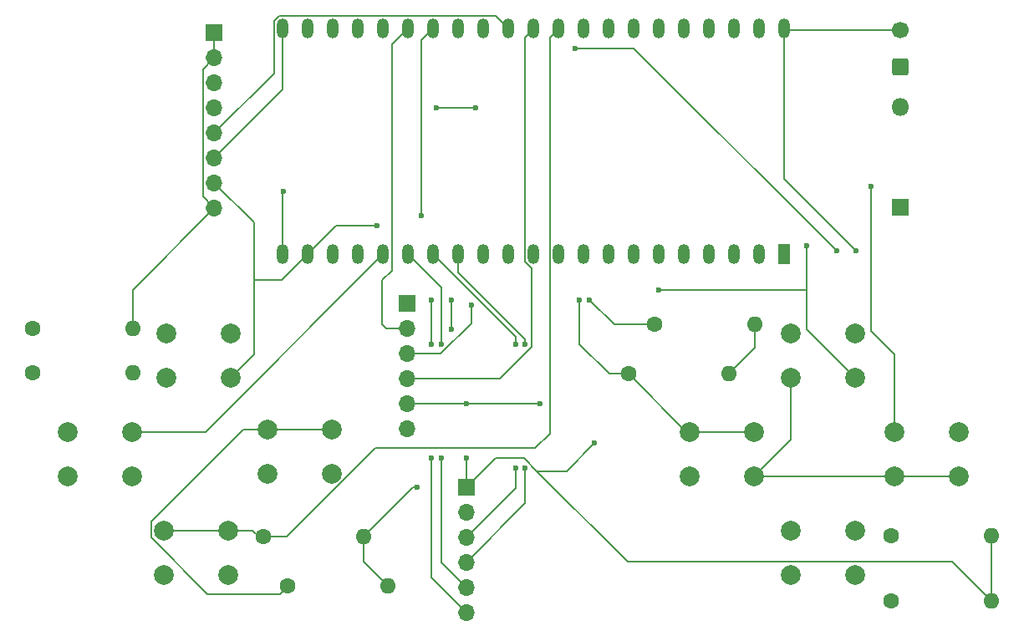
<source format=gbr>
%TF.GenerationSoftware,KiCad,Pcbnew,8.0.2*%
%TF.CreationDate,2024-06-07T00:11:44+02:00*%
%TF.ProjectId,BBC,4242432e-6b69-4636-9164-5f7063625858,rev?*%
%TF.SameCoordinates,Original*%
%TF.FileFunction,Copper,L1,Top*%
%TF.FilePolarity,Positive*%
%FSLAX46Y46*%
G04 Gerber Fmt 4.6, Leading zero omitted, Abs format (unit mm)*
G04 Created by KiCad (PCBNEW 8.0.2) date 2024-06-07 00:11:44*
%MOMM*%
%LPD*%
G01*
G04 APERTURE LIST*
G04 Aperture macros list*
%AMRoundRect*
0 Rectangle with rounded corners*
0 $1 Rounding radius*
0 $2 $3 $4 $5 $6 $7 $8 $9 X,Y pos of 4 corners*
0 Add a 4 corners polygon primitive as box body*
4,1,4,$2,$3,$4,$5,$6,$7,$8,$9,$2,$3,0*
0 Add four circle primitives for the rounded corners*
1,1,$1+$1,$2,$3*
1,1,$1+$1,$4,$5*
1,1,$1+$1,$6,$7*
1,1,$1+$1,$8,$9*
0 Add four rect primitives between the rounded corners*
20,1,$1+$1,$2,$3,$4,$5,0*
20,1,$1+$1,$4,$5,$6,$7,0*
20,1,$1+$1,$6,$7,$8,$9,0*
20,1,$1+$1,$8,$9,$2,$3,0*%
G04 Aperture macros list end*
%TA.AperFunction,ComponentPad*%
%ADD10R,1.800000X1.800000*%
%TD*%
%TA.AperFunction,ComponentPad*%
%ADD11O,1.800000X1.800000*%
%TD*%
%TA.AperFunction,ComponentPad*%
%ADD12RoundRect,0.250000X0.600000X-0.600000X0.600000X0.600000X-0.600000X0.600000X-0.600000X-0.600000X0*%
%TD*%
%TA.AperFunction,ComponentPad*%
%ADD13C,1.700000*%
%TD*%
%TA.AperFunction,ComponentPad*%
%ADD14R,1.700000X1.700000*%
%TD*%
%TA.AperFunction,ComponentPad*%
%ADD15O,1.700000X1.700000*%
%TD*%
%TA.AperFunction,ComponentPad*%
%ADD16O,1.200000X2.000000*%
%TD*%
%TA.AperFunction,ComponentPad*%
%ADD17R,1.200000X2.000000*%
%TD*%
%TA.AperFunction,ComponentPad*%
%ADD18C,2.000000*%
%TD*%
%TA.AperFunction,ComponentPad*%
%ADD19O,1.600000X1.600000*%
%TD*%
%TA.AperFunction,ComponentPad*%
%ADD20C,1.600000*%
%TD*%
%TA.AperFunction,ViaPad*%
%ADD21C,0.600000*%
%TD*%
%TA.AperFunction,Conductor*%
%ADD22C,0.200000*%
%TD*%
G04 APERTURE END LIST*
D10*
%TO.P,D1,1,K*%
%TO.N,+5V*%
X127500000Y-56580000D03*
D11*
%TO.P,D1,2,A*%
%TO.N,Net-(D1-A)*%
X127500000Y-46420000D03*
%TD*%
D12*
%TO.P,J4,1,Pin_1*%
%TO.N,Net-(D1-A)*%
X127500000Y-42350000D03*
D13*
%TO.P,J4,2,Pin_2*%
%TO.N,GND*%
X127500000Y-38650000D03*
%TD*%
D14*
%TO.P,J3,1,Pin_1*%
%TO.N,GND*%
X77500000Y-66340000D03*
D15*
%TO.P,J3,2,Pin_2*%
%TO.N,/BCK*%
X77500000Y-68880000D03*
%TO.P,J3,3,Pin_3*%
%TO.N,/DIN*%
X77500000Y-71420000D03*
%TO.P,J3,4,Pin_4*%
%TO.N,/LCK*%
X77500000Y-73960000D03*
%TO.P,J3,5,Pin_5*%
%TO.N,GND*%
X77500000Y-76500000D03*
%TO.P,J3,6,Pin_6*%
%TO.N,+5V*%
X77500000Y-79040000D03*
%TD*%
%TO.P,J2,6,Pin_6*%
%TO.N,/CS*%
X83500000Y-97660000D03*
%TO.P,J2,5,Pin_5*%
%TO.N,/SCK_SD*%
X83500000Y-95120000D03*
%TO.P,J2,4,Pin_4*%
%TO.N,/MOSI*%
X83500000Y-92580000D03*
%TO.P,J2,3,Pin_3*%
%TO.N,/MISO*%
X83500000Y-90040000D03*
%TO.P,J2,2,Pin_2*%
%TO.N,+5V*%
X83500000Y-87500000D03*
D14*
%TO.P,J2,1,Pin_1*%
%TO.N,GND*%
X83500000Y-84960000D03*
%TD*%
D15*
%TO.P,J1,8,Pin_8*%
%TO.N,GND*%
X58000000Y-56700000D03*
%TO.P,J1,7,Pin_7*%
%TO.N,+5V*%
X58000000Y-54160000D03*
%TO.P,J1,6,Pin_6*%
%TO.N,/SCL*%
X58000000Y-51620000D03*
%TO.P,J1,5,Pin_5*%
%TO.N,/SDA*%
X58000000Y-49080000D03*
%TO.P,J1,4,Pin_4*%
%TO.N,/RES*%
X58000000Y-46540000D03*
%TO.P,J1,3,Pin_3*%
%TO.N,/DC*%
X58000000Y-44000000D03*
%TO.P,J1,2,Pin_2*%
%TO.N,GND*%
X58000000Y-41460000D03*
D14*
%TO.P,J1,1,Pin_1*%
X58000000Y-38920000D03*
%TD*%
D16*
%TO.P,U4,42,GND*%
%TO.N,GND*%
X115720000Y-38500000D03*
%TO.P,U4,41,~{RST}*%
%TO.N,unconnected-(U4-~{RST}-Pad41)*%
X113180000Y-38500000D03*
%TO.P,U4,40,GPIO46/LOG*%
%TO.N,unconnected-(U4-GPIO46{slash}LOG-Pad40)*%
X110640000Y-38500000D03*
%TO.P,U4,39,GPIO45/VSPI*%
%TO.N,unconnected-(U4-GPIO45{slash}VSPI-Pad39)*%
X108100000Y-38500000D03*
%TO.P,U4,38,U0RXD/GPIO44/CLK_OUT2*%
%TO.N,unconnected-(U4-U0RXD{slash}GPIO44{slash}CLK_OUT2-Pad38)*%
X105560000Y-38500000D03*
%TO.P,U4,37,U0TXD/GPIO43/CLK_OUT1*%
%TO.N,unconnected-(U4-U0TXD{slash}GPIO43{slash}CLK_OUT1-Pad37)*%
X103020000Y-38500000D03*
%TO.P,U4,36,MTMS/JTAG/GPIO42*%
%TO.N,unconnected-(U4-MTMS{slash}JTAG{slash}GPIO42-Pad36)*%
X100480000Y-38500000D03*
%TO.P,U4,35,MTDI/JTAG/GPIO41*%
%TO.N,unconnected-(U4-MTDI{slash}JTAG{slash}GPIO41-Pad35)*%
X97940000Y-38500000D03*
%TO.P,U4,34,MTDO/JTAG/GPIO40*%
%TO.N,unconnected-(U4-MTDO{slash}JTAG{slash}GPIO40-Pad34)*%
X95400000Y-38500000D03*
%TO.P,U4,33,MTCK/JTAG/GPIO39*%
%TO.N,/39*%
X92860000Y-38500000D03*
%TO.P,U4,32,GPIO38*%
%TO.N,/LCK*%
X90320000Y-38500000D03*
%TO.P,U4,31,GPIO37*%
%TO.N,/SDA*%
X87780000Y-38500000D03*
%TO.P,U4,30,GPIO36*%
%TO.N,/36*%
X85240000Y-38500000D03*
%TO.P,U4,29,GPIO35*%
%TO.N,/35*%
X82700000Y-38500000D03*
%TO.P,U4,28,GPIO34*%
%TO.N,/34*%
X80160000Y-38500000D03*
%TO.P,U4,27,GPIO33*%
%TO.N,/BCK*%
X77620000Y-38500000D03*
%TO.P,U4,26,GPIO26*%
%TO.N,/26*%
X75080000Y-38500000D03*
%TO.P,U4,25,GPIO21*%
%TO.N,/21*%
X72540000Y-38500000D03*
%TO.P,U4,24,GPIO20/U1CTS/ADC2_CH9/CLK_OUT1/USB_D+*%
%TO.N,unconnected-(U4-GPIO20{slash}U1CTS{slash}ADC2_CH9{slash}CLK_OUT1{slash}USB_D+-Pad24)*%
X70000000Y-38500000D03*
%TO.P,U4,23,GPIO19/U1RTS/ADC2_CH8/CLK_OUT2/USB_D-*%
%TO.N,/RES*%
X67460000Y-38500000D03*
%TO.P,U4,22,GPIO18/U1RXD/ADC2_CH7/DAC_2/CLK_OUT3/RGB_LED*%
%TO.N,/SCL*%
X64920000Y-38503680D03*
%TO.P,U4,21,GND*%
%TO.N,GND*%
X64920000Y-61363680D03*
%TO.P,U4,20,5V0*%
%TO.N,+5V*%
X67460000Y-61363680D03*
%TO.P,U4,19,GPIO17/U1TXD/ADC2_CH6/DAC_1*%
%TO.N,/CS*%
X69997280Y-61360000D03*
%TO.P,U4,18,GPIO16/U0CTS/ADC2_CH5/XTAL_32K_N*%
%TO.N,unconnected-(U4-GPIO16{slash}U0CTS{slash}ADC2_CH5{slash}XTAL_32K_N-Pad18)*%
X72537280Y-61360000D03*
%TO.P,U4,17,GPIO15/U0RTS/ADC2_CH4/XTAL_32K_P*%
%TO.N,/15*%
X75077280Y-61360000D03*
%TO.P,U4,16,GPIO14/TOUCH14/ADC2_CH3/FSPIWP/FSPIDQS*%
%TO.N,/SCK_SD*%
X77617280Y-61360000D03*
%TO.P,U4,15,GPIO13/TOUCH13/ADC2_CH2/FSPIQ/FSPIIO7*%
%TO.N,/MISO*%
X80157280Y-61360000D03*
%TO.P,U4,14,GPIO12/TOUCH12/ADC2_CH1/FSPICLK/FSPIIO6*%
%TO.N,/MOSI*%
X82697280Y-61360000D03*
%TO.P,U4,13,GPIO11/TOUCH11/ADC2_CH0/FSPID/FSPIIO5*%
%TO.N,/DIN*%
X85237280Y-61360000D03*
%TO.P,U4,12,GPIO10/TOUCH10/ADC1_CH9/FSPICS0/FSPIIO4*%
%TO.N,unconnected-(U4-GPIO10{slash}TOUCH10{slash}ADC1_CH9{slash}FSPICS0{slash}FSPIIO4-Pad12)*%
X87777280Y-61360000D03*
%TO.P,U4,11,GPIO9/TOUCH9/ADC1_CH8/FSPIHD*%
%TO.N,unconnected-(U4-GPIO9{slash}TOUCH9{slash}ADC1_CH8{slash}FSPIHD-Pad11)*%
X90317280Y-61360000D03*
%TO.P,U4,10,GPIO8/TOUCH8/ADC1_CH7*%
%TO.N,unconnected-(U4-GPIO8{slash}TOUCH8{slash}ADC1_CH7-Pad10)*%
X92857280Y-61360000D03*
%TO.P,U4,9,GPIO7/TOUCH7/ADC1_CH6*%
%TO.N,unconnected-(U4-GPIO7{slash}TOUCH7{slash}ADC1_CH6-Pad9)*%
X95397280Y-61360000D03*
%TO.P,U4,8,GPIO6/TOUCH6/ADC1_CH5*%
%TO.N,unconnected-(U4-GPIO6{slash}TOUCH6{slash}ADC1_CH5-Pad8)*%
X97937280Y-61360000D03*
%TO.P,U4,7,GPIO5/TOUCH5/ADC1_CH4*%
%TO.N,/DC*%
X100477280Y-61360000D03*
%TO.P,U4,6,GPIO4/TOUCH4/ADC1_CH3*%
%TO.N,unconnected-(U4-GPIO4{slash}TOUCH4{slash}ADC1_CH3-Pad6)*%
X103017280Y-61360000D03*
%TO.P,U4,5,GPIO3/TOUCH3/ADC1_CH2*%
%TO.N,unconnected-(U4-GPIO3{slash}TOUCH3{slash}ADC1_CH2-Pad5)*%
X105557280Y-61360000D03*
%TO.P,U4,4,GPIO2/TOUCH2/ADC1_CH1*%
%TO.N,/2*%
X108097280Y-61360000D03*
%TO.P,U4,3,GPIO1/TOUCH1/ADC1_CH0*%
%TO.N,unconnected-(U4-GPIO1{slash}TOUCH1{slash}ADC1_CH0-Pad3)*%
X110637280Y-61360000D03*
%TO.P,U4,2,GPIO0/BOOT*%
%TO.N,unconnected-(U4-GPIO0{slash}BOOT-Pad2)*%
X113177280Y-61360000D03*
D17*
%TO.P,U4,1,3V3*%
%TO.N,+3V3*%
X115717280Y-61360000D03*
%TD*%
D18*
%TO.P,SW8,2,2*%
%TO.N,+5V*%
X122887280Y-93860000D03*
X116387280Y-93860000D03*
%TO.P,SW8,1,1*%
%TO.N,/36*%
X122887280Y-89360000D03*
X116387280Y-89360000D03*
%TD*%
%TO.P,SW7,2,2*%
%TO.N,+5V*%
X133387280Y-83860000D03*
X126887280Y-83860000D03*
%TO.P,SW7,1,1*%
%TO.N,/35*%
X133387280Y-79360000D03*
X126887280Y-79360000D03*
%TD*%
%TO.P,SW6,2,2*%
%TO.N,+5V*%
X112637280Y-83860000D03*
X106137280Y-83860000D03*
%TO.P,SW6,1,1*%
%TO.N,/26*%
X112637280Y-79360000D03*
X106137280Y-79360000D03*
%TD*%
%TO.P,SW5,2,2*%
%TO.N,+5V*%
X122887280Y-73860000D03*
X116387280Y-73860000D03*
%TO.P,SW5,1,1*%
%TO.N,/21*%
X122887280Y-69360000D03*
X116387280Y-69360000D03*
%TD*%
%TO.P,SW4,2,2*%
%TO.N,+5V*%
X69887280Y-83610000D03*
X63387280Y-83610000D03*
%TO.P,SW4,1,1*%
%TO.N,/34*%
X69887280Y-79110000D03*
X63387280Y-79110000D03*
%TD*%
%TO.P,SW3,2,2*%
%TO.N,+5V*%
X59387280Y-93860000D03*
X52887280Y-93860000D03*
%TO.P,SW3,1,1*%
%TO.N,/39*%
X59387280Y-89360000D03*
X52887280Y-89360000D03*
%TD*%
%TO.P,SW2,2,2*%
%TO.N,+5V*%
X49637280Y-83860000D03*
X43137280Y-83860000D03*
%TO.P,SW2,1,1*%
%TO.N,/15*%
X49637280Y-79360000D03*
X43137280Y-79360000D03*
%TD*%
%TO.P,SW1,2,2*%
%TO.N,+5V*%
X59637280Y-73860000D03*
X53137280Y-73860000D03*
%TO.P,SW1,1,1*%
%TO.N,/2*%
X59637280Y-69360000D03*
X53137280Y-69360000D03*
%TD*%
D19*
%TO.P,R8,2*%
%TO.N,GND*%
X136717280Y-96500000D03*
D20*
%TO.P,R8,1*%
%TO.N,/36*%
X126557280Y-96500000D03*
%TD*%
D19*
%TO.P,R7,2*%
%TO.N,GND*%
X136717280Y-89860000D03*
D20*
%TO.P,R7,1*%
%TO.N,/35*%
X126557280Y-89860000D03*
%TD*%
D19*
%TO.P,R6,2*%
%TO.N,GND*%
X110080000Y-73500000D03*
D20*
%TO.P,R6,1*%
%TO.N,/26*%
X99920000Y-73500000D03*
%TD*%
D19*
%TO.P,R5,2*%
%TO.N,GND*%
X112717280Y-68500000D03*
D20*
%TO.P,R5,1*%
%TO.N,/21*%
X102557280Y-68500000D03*
%TD*%
D19*
%TO.P,R4,2*%
%TO.N,GND*%
X75580000Y-95000000D03*
D20*
%TO.P,R4,1*%
%TO.N,/34*%
X65420000Y-95000000D03*
%TD*%
%TO.P,R3,1*%
%TO.N,/39*%
X62920000Y-90000000D03*
D19*
%TO.P,R3,2*%
%TO.N,GND*%
X73080000Y-90000000D03*
%TD*%
%TO.P,R2,2*%
%TO.N,GND*%
X49717280Y-73360000D03*
D20*
%TO.P,R2,1*%
%TO.N,/15*%
X39557280Y-73360000D03*
%TD*%
D19*
%TO.P,R1,2*%
%TO.N,GND*%
X49717280Y-68860000D03*
D20*
%TO.P,R1,1*%
%TO.N,/2*%
X39557280Y-68860000D03*
%TD*%
D21*
%TO.N,+5V*%
X103000000Y-65000000D03*
X74500000Y-58500000D03*
X118000000Y-60500000D03*
%TO.N,GND*%
X82000000Y-69000000D03*
X82000000Y-66000000D03*
X78500000Y-85000000D03*
X123000000Y-61000000D03*
X96500000Y-80500000D03*
X91000000Y-76500000D03*
X83500000Y-76500000D03*
X83500000Y-82000000D03*
X65000000Y-55000000D03*
%TO.N,/36*%
X94500000Y-40500000D03*
X121000000Y-61000000D03*
%TO.N,/34*%
X79000000Y-57500000D03*
%TO.N,/DIN*%
X84000000Y-66500000D03*
%TO.N,/21*%
X80500000Y-46500000D03*
%TO.N,/35*%
X124500000Y-54500000D03*
%TO.N,/21*%
X84500000Y-46500000D03*
X96000000Y-66000000D03*
%TO.N,/26*%
X95000000Y-66000000D03*
%TO.N,/CS*%
X80000000Y-66000000D03*
X80000000Y-70500000D03*
X80000000Y-82000000D03*
%TO.N,/SCK_SD*%
X81000000Y-70500000D03*
X81000000Y-82000000D03*
%TO.N,/MOSI*%
X89500000Y-70500000D03*
X89500000Y-83000000D03*
%TO.N,/MISO*%
X88500000Y-70500000D03*
X88500000Y-83000000D03*
%TD*%
D22*
%TO.N,+5V*%
X118000000Y-65000000D02*
X118000000Y-60500000D01*
X103000000Y-65000000D02*
X118000000Y-65000000D01*
X118000000Y-68972720D02*
X118000000Y-65000000D01*
X70323680Y-58500000D02*
X74500000Y-58500000D01*
X67460000Y-61363680D02*
X70323680Y-58500000D01*
X122887280Y-73860000D02*
X118000000Y-68972720D01*
X62000000Y-64000000D02*
X62000000Y-58160000D01*
X67460000Y-61363680D02*
X64823680Y-64000000D01*
X62000000Y-71500000D02*
X62000000Y-64000000D01*
X64823680Y-64000000D02*
X62000000Y-64000000D01*
%TO.N,GND*%
X82000000Y-66000000D02*
X82000000Y-69000000D01*
X78080000Y-85000000D02*
X73080000Y-90000000D01*
X78500000Y-85000000D02*
X78080000Y-85000000D01*
%TO.N,/BCK*%
X75977280Y-63022720D02*
X75000000Y-64000000D01*
X75977280Y-40142720D02*
X75977280Y-63022720D01*
X77620000Y-38500000D02*
X75977280Y-40142720D01*
X75000000Y-68500000D02*
X75000000Y-64000000D01*
X77500000Y-68880000D02*
X75380000Y-68880000D01*
X75380000Y-68880000D02*
X75000000Y-68500000D01*
%TO.N,GND*%
X83500000Y-76500000D02*
X77500000Y-76500000D01*
X115720000Y-53720000D02*
X115720000Y-38500000D01*
X123000000Y-61000000D02*
X115720000Y-53720000D01*
X93674265Y-83325735D02*
X96500000Y-80500000D01*
X90674265Y-83325735D02*
X93674265Y-83325735D01*
X90674265Y-83325735D02*
X89348529Y-82000000D01*
X99848529Y-92500000D02*
X90674265Y-83325735D01*
X86460000Y-82000000D02*
X83500000Y-84960000D01*
X132717280Y-92500000D02*
X99848529Y-92500000D01*
X136717280Y-96500000D02*
X132717280Y-92500000D01*
X89348529Y-82000000D02*
X86460000Y-82000000D01*
X136717280Y-89860000D02*
X136717280Y-96500000D01*
X91000000Y-76500000D02*
X83500000Y-76500000D01*
X83500000Y-84960000D02*
X83500000Y-82000000D01*
X73080000Y-92500000D02*
X75580000Y-95000000D01*
X73080000Y-90000000D02*
X73080000Y-92500000D01*
X56850000Y-42610000D02*
X56850000Y-55550000D01*
X58000000Y-41460000D02*
X56850000Y-42610000D01*
X56850000Y-55550000D02*
X58000000Y-56700000D01*
X58000000Y-38920000D02*
X58000000Y-41460000D01*
X64920000Y-55080000D02*
X64920000Y-61363680D01*
X65000000Y-55000000D02*
X64920000Y-55080000D01*
X49717280Y-64982720D02*
X58000000Y-56700000D01*
X49717280Y-68860000D02*
X49717280Y-64982720D01*
X112717280Y-70862720D02*
X110080000Y-73500000D01*
X112717280Y-68500000D02*
X112717280Y-70862720D01*
X127500000Y-38650000D02*
X115870000Y-38650000D01*
X115870000Y-38650000D02*
X115720000Y-38500000D01*
%TO.N,/36*%
X100500000Y-40500000D02*
X94500000Y-40500000D01*
X121000000Y-61000000D02*
X100500000Y-40500000D01*
%TO.N,/34*%
X79000000Y-39660000D02*
X80160000Y-38500000D01*
X79000000Y-57500000D02*
X79000000Y-39660000D01*
%TO.N,/LCK*%
X90100000Y-62815512D02*
X89417280Y-62132792D01*
X89417280Y-62132792D02*
X89417280Y-39402720D01*
X90100000Y-70748529D02*
X90100000Y-62815512D01*
X86888529Y-73960000D02*
X90100000Y-70748529D01*
X89417280Y-39402720D02*
X90320000Y-38500000D01*
X77500000Y-73960000D02*
X86888529Y-73960000D01*
%TO.N,/DIN*%
X84000000Y-68348529D02*
X84000000Y-66500000D01*
X80928529Y-71420000D02*
X84000000Y-68348529D01*
X77500000Y-71420000D02*
X80928529Y-71420000D01*
%TO.N,/SDA*%
X86480000Y-37200000D02*
X87780000Y-38500000D01*
X64550888Y-37200000D02*
X86480000Y-37200000D01*
X64020000Y-37730888D02*
X64550888Y-37200000D01*
X58000000Y-49080000D02*
X64020000Y-43060000D01*
X64020000Y-43060000D02*
X64020000Y-37730888D01*
%TO.N,/SCL*%
X64920000Y-44700000D02*
X64920000Y-38503680D01*
X58000000Y-51620000D02*
X64920000Y-44700000D01*
%TO.N,+5V*%
X61000000Y-72500000D02*
X62000000Y-71500000D01*
X60997280Y-72500000D02*
X61000000Y-72500000D01*
X62000000Y-58160000D02*
X58000000Y-54160000D01*
X59637280Y-73860000D02*
X60997280Y-72500000D01*
%TO.N,/21*%
X80500000Y-46500000D02*
X80540000Y-46500000D01*
%TO.N,/35*%
X124500000Y-69134242D02*
X124500000Y-54500000D01*
X126887280Y-71521522D02*
X124500000Y-69134242D01*
X126887280Y-79360000D02*
X126887280Y-71521522D01*
%TO.N,+5V*%
X116387280Y-80110000D02*
X112637280Y-83860000D01*
X116387280Y-73860000D02*
X116387280Y-80110000D01*
X126887280Y-83860000D02*
X112637280Y-83860000D01*
X133387280Y-83860000D02*
X126887280Y-83860000D01*
%TO.N,/21*%
X84500000Y-46500000D02*
X80500000Y-46500000D01*
X98500000Y-68500000D02*
X96000000Y-66000000D01*
X102557280Y-68500000D02*
X98500000Y-68500000D01*
%TO.N,/26*%
X95000000Y-70500000D02*
X95000000Y-66000000D01*
X98000000Y-73500000D02*
X95000000Y-70500000D01*
X99920000Y-73500000D02*
X98000000Y-73500000D01*
X106137280Y-79360000D02*
X112637280Y-79360000D01*
X105780000Y-79360000D02*
X106137280Y-79360000D01*
X99920000Y-73500000D02*
X105780000Y-79360000D01*
%TO.N,/CS*%
X80000000Y-70500000D02*
X80000000Y-66000000D01*
X80000000Y-94160000D02*
X80000000Y-82000000D01*
X83500000Y-97660000D02*
X80000000Y-94160000D01*
%TO.N,/SCK_SD*%
X81000000Y-64742720D02*
X77617280Y-61360000D01*
X81000000Y-70500000D02*
X81000000Y-64742720D01*
X81000000Y-92620000D02*
X81000000Y-82000000D01*
X83500000Y-95120000D02*
X81000000Y-92620000D01*
%TO.N,/MOSI*%
X82697280Y-63197280D02*
X82697280Y-61360000D01*
X89500000Y-70000000D02*
X82697280Y-63197280D01*
X89500000Y-70500000D02*
X89500000Y-70000000D01*
X89500000Y-86580000D02*
X89500000Y-83000000D01*
X83500000Y-92580000D02*
X89500000Y-86580000D01*
%TO.N,/MISO*%
X88500000Y-70500000D02*
X88500000Y-69702720D01*
X88500000Y-69702720D02*
X80157280Y-61360000D01*
X88500000Y-85040000D02*
X88500000Y-83000000D01*
X83500000Y-90040000D02*
X88500000Y-85040000D01*
%TO.N,/34*%
X63387280Y-79110000D02*
X69887280Y-79110000D01*
X51587280Y-88412720D02*
X60890000Y-79110000D01*
X51587280Y-90087280D02*
X51587280Y-88412720D01*
X57299999Y-95799999D02*
X51587280Y-90087280D01*
X64620001Y-95799999D02*
X57299999Y-95799999D01*
X65420000Y-95000000D02*
X64620001Y-95799999D01*
X60890000Y-79110000D02*
X63387280Y-79110000D01*
%TO.N,/39*%
X59387280Y-89360000D02*
X52887280Y-89360000D01*
X62500000Y-90000000D02*
X61860000Y-89360000D01*
X62920000Y-90000000D02*
X62500000Y-90000000D01*
X61860000Y-89360000D02*
X59387280Y-89360000D01*
X65335758Y-90000000D02*
X62920000Y-90000000D01*
X74335758Y-81000000D02*
X65335758Y-90000000D01*
X90500000Y-81000000D02*
X74335758Y-81000000D01*
X91957280Y-79542720D02*
X90500000Y-81000000D01*
X91957280Y-54957280D02*
X92000000Y-55000000D01*
X91957280Y-55042720D02*
X91957280Y-79542720D01*
X91957280Y-39402720D02*
X91957280Y-54957280D01*
X92000000Y-55000000D02*
X91957280Y-55042720D01*
X92860000Y-38500000D02*
X91957280Y-39402720D01*
%TO.N,/15*%
X57077280Y-79360000D02*
X75077280Y-61360000D01*
X49637280Y-79360000D02*
X57077280Y-79360000D01*
%TD*%
M02*

</source>
